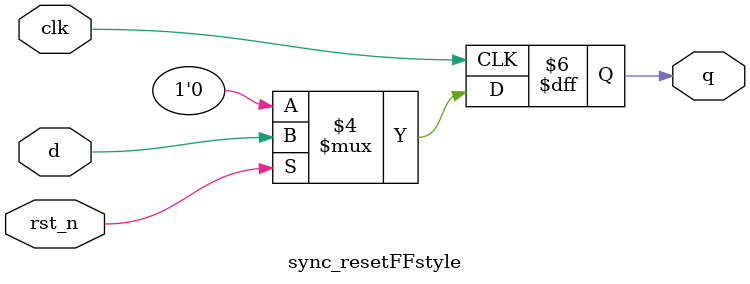
<source format=v>
`timescale 1ns / 1ps

module sync_resetFFstyle (
    output reg q,
    input d, clk, rst_n);
    
    always @(posedge clk)
        if (!rst_n) q <= 1'b0;
        else q <= d;
endmodule

</source>
